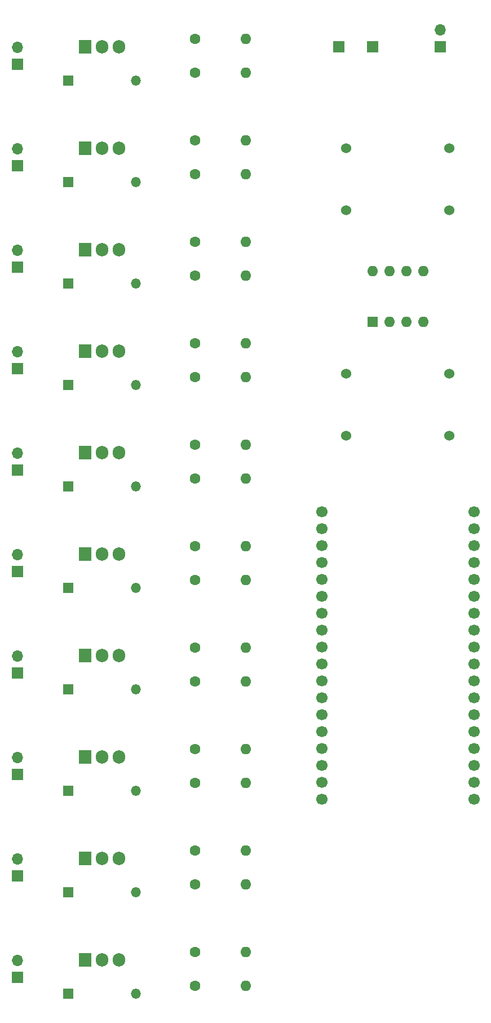
<source format=gbr>
%TF.GenerationSoftware,KiCad,Pcbnew,7.0.8*%
%TF.CreationDate,2023-11-12T19:05:12-08:00*%
%TF.ProjectId,Synthwave v2,53796e74-6877-4617-9665-2076322e6b69,rev?*%
%TF.SameCoordinates,Original*%
%TF.FileFunction,Soldermask,Top*%
%TF.FilePolarity,Negative*%
%FSLAX46Y46*%
G04 Gerber Fmt 4.6, Leading zero omitted, Abs format (unit mm)*
G04 Created by KiCad (PCBNEW 7.0.8) date 2023-11-12 19:05:12*
%MOMM*%
%LPD*%
G01*
G04 APERTURE LIST*
%ADD10R,1.500000X1.500000*%
%ADD11O,1.500000X1.500000*%
%ADD12R,1.700000X1.700000*%
%ADD13R,1.905000X2.000000*%
%ADD14O,1.905000X2.000000*%
%ADD15O,1.700000X1.700000*%
%ADD16C,1.600000*%
%ADD17O,1.600000X1.600000*%
%ADD18C,1.524000*%
%ADD19C,1.700000*%
%ADD20R,1.600000X1.600000*%
G04 APERTURE END LIST*
D10*
%TO.C,D1*%
X27940000Y-25400000D03*
D11*
X38100000Y-25400000D03*
%TD*%
D12*
%TO.C,GND*%
X73660000Y-20320000D03*
%TD*%
D13*
%TO.C,Q1*%
X30480000Y-20320000D03*
D14*
X33020000Y-20320000D03*
X35560000Y-20320000D03*
%TD*%
D12*
%TO.C,DC_OUT2*%
X20320000Y-38175000D03*
D15*
X20320000Y-35635000D03*
%TD*%
D16*
%TO.C,R1*%
X46990000Y-19145000D03*
D17*
X54610000Y-19145000D03*
%TD*%
D10*
%TO.C,D2*%
X27940000Y-40640000D03*
D11*
X38100000Y-40640000D03*
%TD*%
D16*
%TO.C,R12*%
X46990000Y-39465000D03*
D17*
X54610000Y-39465000D03*
%TD*%
D12*
%TO.C,DC_OUT7*%
X20320000Y-114375000D03*
D15*
X20320000Y-111835000D03*
%TD*%
D16*
%TO.C,R15*%
X46990000Y-85185000D03*
D17*
X54610000Y-85185000D03*
%TD*%
D18*
%TO.C,P2*%
X69680000Y-69440000D03*
X85180000Y-69440000D03*
X85180000Y-78740000D03*
X69680000Y-78740000D03*
%TD*%
D16*
%TO.C,R13*%
X46990000Y-54705000D03*
D17*
X54610000Y-54705000D03*
%TD*%
D10*
%TO.C,D4*%
X27940000Y-71120000D03*
D11*
X38100000Y-71120000D03*
%TD*%
D16*
%TO.C,R7*%
X46990000Y-110585000D03*
D17*
X54610000Y-110585000D03*
%TD*%
D16*
%TO.C,R8*%
X46990000Y-125825000D03*
D17*
X54610000Y-125825000D03*
%TD*%
D16*
%TO.C,R20*%
X46990000Y-161385000D03*
D17*
X54610000Y-161385000D03*
%TD*%
D12*
%TO.C,Electrode_B1*%
X83820000Y-20320000D03*
D15*
X83820000Y-17780000D03*
%TD*%
D13*
%TO.C,Q2*%
X30480000Y-35560000D03*
D14*
X33020000Y-35560000D03*
X35560000Y-35560000D03*
%TD*%
D16*
%TO.C,R2*%
X46990000Y-34385000D03*
D17*
X54610000Y-34385000D03*
%TD*%
D12*
%TO.C,DC_OUT5*%
X20320000Y-83895000D03*
D15*
X20320000Y-81355000D03*
%TD*%
D19*
%TO.C,U1*%
X66040000Y-113030000D03*
X66040000Y-123190000D03*
X66040000Y-115570000D03*
X66040000Y-120650000D03*
X66040000Y-110490000D03*
X66040000Y-102870000D03*
X88900000Y-125730000D03*
X88900000Y-128270000D03*
X88900000Y-133350000D03*
X88900000Y-130810000D03*
X66040000Y-125730000D03*
X66040000Y-128270000D03*
X88900000Y-120650000D03*
X88900000Y-123190000D03*
X88900000Y-118110000D03*
X66040000Y-118110000D03*
X66040000Y-107950000D03*
X66040000Y-105410000D03*
X66040000Y-100330000D03*
X66040000Y-95250000D03*
X66040000Y-130810000D03*
X66040000Y-90170000D03*
X66040000Y-92710000D03*
X66040000Y-97790000D03*
X88900000Y-110490000D03*
X88900000Y-113030000D03*
X88900000Y-115570000D03*
X66040000Y-133350000D03*
X88900000Y-105410000D03*
X88900000Y-107950000D03*
X88900000Y-100330000D03*
X88900000Y-102870000D03*
X88900000Y-90170000D03*
X88900000Y-92710000D03*
X88900000Y-95250000D03*
X88900000Y-97790000D03*
%TD*%
D16*
%TO.C,R10*%
X46990000Y-156305000D03*
D17*
X54610000Y-156305000D03*
%TD*%
D13*
%TO.C,Q4*%
X30480000Y-66040000D03*
D14*
X33020000Y-66040000D03*
X35560000Y-66040000D03*
%TD*%
D10*
%TO.C,D10*%
X27940000Y-162560000D03*
D11*
X38100000Y-162560000D03*
%TD*%
D12*
%TO.C,DC_OUT1*%
X20320000Y-22935000D03*
D15*
X20320000Y-20395000D03*
%TD*%
D10*
%TO.C,D8*%
X27940000Y-132080000D03*
D11*
X38100000Y-132080000D03*
%TD*%
D13*
%TO.C,Q3*%
X30480000Y-50800000D03*
D14*
X33020000Y-50800000D03*
X35560000Y-50800000D03*
%TD*%
D16*
%TO.C,R11*%
X46990000Y-24225000D03*
D17*
X54610000Y-24225000D03*
%TD*%
D13*
%TO.C,Q10*%
X30480000Y-157480000D03*
D14*
X33020000Y-157480000D03*
X35560000Y-157480000D03*
%TD*%
D18*
%TO.C,P1*%
X69680000Y-35560000D03*
X85180000Y-35560000D03*
X85180000Y-44860000D03*
X69680000Y-44860000D03*
%TD*%
D12*
%TO.C,DC_OUT9*%
X20320000Y-144855000D03*
D15*
X20320000Y-142315000D03*
%TD*%
D13*
%TO.C,Q5*%
X30480000Y-81280000D03*
D14*
X33020000Y-81280000D03*
X35560000Y-81280000D03*
%TD*%
D10*
%TO.C,D6*%
X27940000Y-101600000D03*
D11*
X38100000Y-101600000D03*
%TD*%
D16*
%TO.C,R14*%
X46990000Y-69945000D03*
D17*
X54610000Y-69945000D03*
%TD*%
D16*
%TO.C,R17*%
X46990000Y-115665000D03*
D17*
X54610000Y-115665000D03*
%TD*%
D12*
%TO.C,DC_OUT8*%
X20320000Y-129615000D03*
D15*
X20320000Y-127075000D03*
%TD*%
D12*
%TO.C,DC_OUT10*%
X20320000Y-160095000D03*
D15*
X20320000Y-157555000D03*
%TD*%
D16*
%TO.C,R16*%
X46990000Y-100425000D03*
D17*
X54610000Y-100425000D03*
%TD*%
D10*
%TO.C,D7*%
X27940000Y-116840000D03*
D11*
X38100000Y-116840000D03*
%TD*%
D16*
%TO.C,R6*%
X46990000Y-95345000D03*
D17*
X54610000Y-95345000D03*
%TD*%
D13*
%TO.C,Q8*%
X30480000Y-127000000D03*
D14*
X33020000Y-127000000D03*
X35560000Y-127000000D03*
%TD*%
D12*
%TO.C,DC_OUT3*%
X20320000Y-53415000D03*
D15*
X20320000Y-50875000D03*
%TD*%
D16*
%TO.C,R18*%
X46990000Y-130905000D03*
D17*
X54610000Y-130905000D03*
%TD*%
D16*
%TO.C,R4*%
X46990000Y-64865000D03*
D17*
X54610000Y-64865000D03*
%TD*%
D12*
%TO.C,+15V*%
X68580000Y-20320000D03*
%TD*%
D10*
%TO.C,D5*%
X27940000Y-86360000D03*
D11*
X38100000Y-86360000D03*
%TD*%
D13*
%TO.C,Q7*%
X30480000Y-111760000D03*
D14*
X33020000Y-111760000D03*
X35560000Y-111760000D03*
%TD*%
D20*
%TO.C,U2*%
X73670000Y-61650000D03*
D17*
X76210000Y-61650000D03*
X78750000Y-61650000D03*
X81290000Y-61650000D03*
X81290000Y-54030000D03*
X78750000Y-54030000D03*
X76210000Y-54030000D03*
X73670000Y-54030000D03*
%TD*%
D12*
%TO.C,DC_OUT6*%
X20320000Y-99135000D03*
D15*
X20320000Y-96595000D03*
%TD*%
D12*
%TO.C,DC_OUT4*%
X20320000Y-68655000D03*
D15*
X20320000Y-66115000D03*
%TD*%
D16*
%TO.C,R3*%
X46990000Y-49625000D03*
D17*
X54610000Y-49625000D03*
%TD*%
D16*
%TO.C,R5*%
X46990000Y-80105000D03*
D17*
X54610000Y-80105000D03*
%TD*%
D16*
%TO.C,R9*%
X46990000Y-141065000D03*
D17*
X54610000Y-141065000D03*
%TD*%
D13*
%TO.C,Q9*%
X30480000Y-142240000D03*
D14*
X33020000Y-142240000D03*
X35560000Y-142240000D03*
%TD*%
D16*
%TO.C,R19*%
X46990000Y-146145000D03*
D17*
X54610000Y-146145000D03*
%TD*%
D10*
%TO.C,D3*%
X27940000Y-55880000D03*
D11*
X38100000Y-55880000D03*
%TD*%
D13*
%TO.C,Q6*%
X30480000Y-96520000D03*
D14*
X33020000Y-96520000D03*
X35560000Y-96520000D03*
%TD*%
D10*
%TO.C,D9*%
X27940000Y-147320000D03*
D11*
X38100000Y-147320000D03*
%TD*%
M02*

</source>
